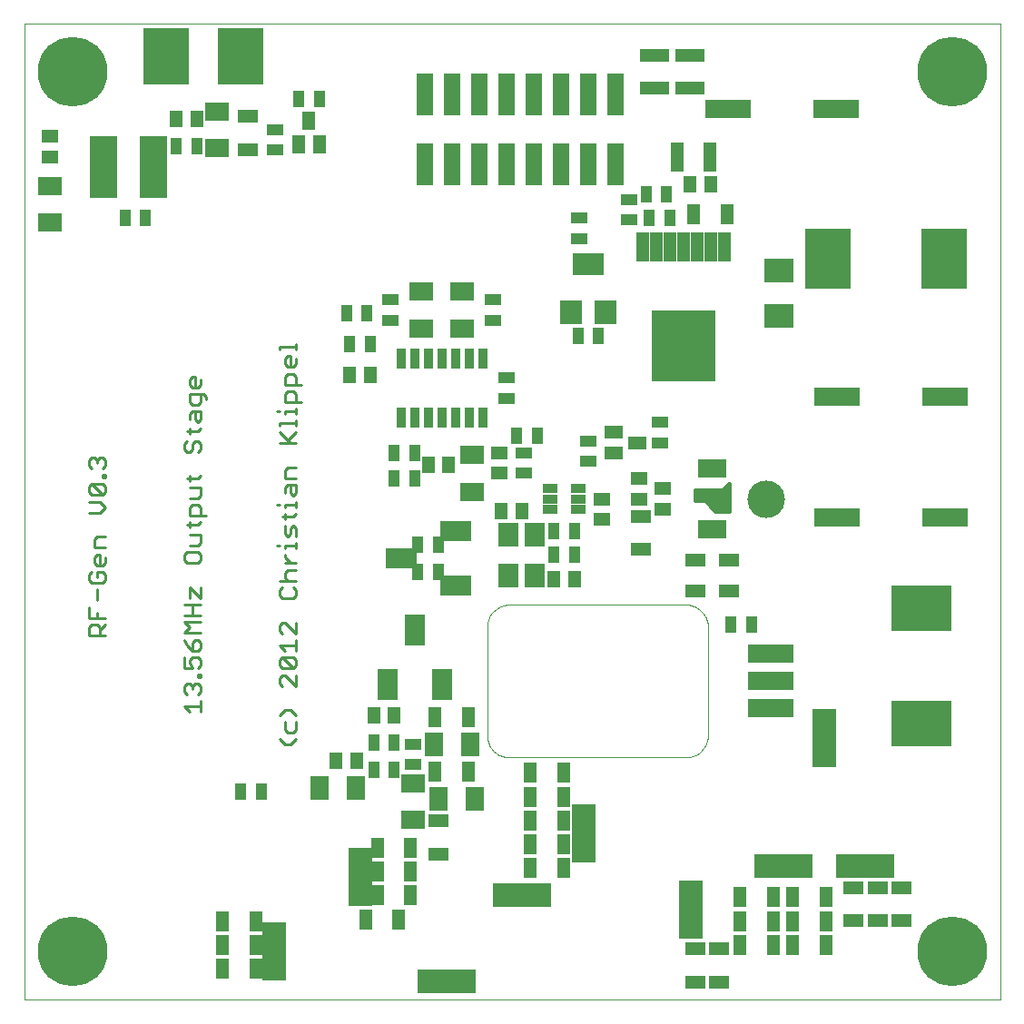
<source format=gts>
G75*
G70*
%OFA0B0*%
%FSLAX24Y24*%
%IPPOS*%
%LPD*%
%AMOC8*
5,1,8,0,0,1.08239X$1,22.5*
%
%ADD10C,0.0000*%
%ADD11C,0.0100*%
%ADD12C,0.1378*%
%ADD13C,0.0160*%
%ADD14R,0.1693X0.0709*%
%ADD15R,0.0868X0.2118*%
%ADD16R,0.2118X0.0868*%
%ADD17R,0.0748X0.0472*%
%ADD18R,0.0256X0.0689*%
%ADD19R,0.2319X0.2618*%
%ADD20R,0.0476X0.1067*%
%ADD21R,0.0472X0.0748*%
%ADD22R,0.1102X0.0906*%
%ADD23R,0.1693X0.2244*%
%ADD24R,0.0630X0.0394*%
%ADD25R,0.0394X0.0630*%
%ADD26R,0.2244X0.1693*%
%ADD27R,0.0630X0.0472*%
%ADD28R,0.1693X0.2087*%
%ADD29R,0.0709X0.0906*%
%ADD30R,0.0906X0.0709*%
%ADD31R,0.0472X0.0630*%
%ADD32C,0.2559*%
%ADD33R,0.0630X0.1535*%
%ADD34R,0.0472X0.1102*%
%ADD35R,0.0354X0.0728*%
%ADD36R,0.1118X0.0718*%
%ADD37R,0.0718X0.1118*%
%ADD38R,0.0984X0.2283*%
%ADD39R,0.0512X0.0669*%
%ADD40R,0.1102X0.0472*%
%ADD41R,0.0531X0.0354*%
%ADD42R,0.0748X0.0906*%
%ADD43R,0.0669X0.0512*%
%ADD44R,0.0827X0.0906*%
%ADD45R,0.1142X0.0827*%
D10*
X001930Y001930D02*
X001930Y037757D01*
X037757Y037757D01*
X037757Y001930D01*
X001930Y001930D01*
X018927Y011627D02*
X018927Y015627D01*
X018929Y015682D01*
X018934Y015736D01*
X018944Y015790D01*
X018957Y015843D01*
X018973Y015895D01*
X018993Y015946D01*
X019017Y015995D01*
X019043Y016043D01*
X019073Y016088D01*
X019106Y016132D01*
X019142Y016173D01*
X019181Y016212D01*
X019222Y016248D01*
X019266Y016281D01*
X019311Y016311D01*
X019359Y016337D01*
X019408Y016361D01*
X019459Y016381D01*
X019511Y016397D01*
X019564Y016410D01*
X019618Y016420D01*
X019672Y016425D01*
X019727Y016427D01*
X026227Y016427D01*
X026282Y016425D01*
X026336Y016420D01*
X026390Y016410D01*
X026443Y016397D01*
X026495Y016381D01*
X026546Y016361D01*
X026595Y016337D01*
X026643Y016311D01*
X026688Y016281D01*
X026732Y016248D01*
X026773Y016212D01*
X026812Y016173D01*
X026848Y016132D01*
X026881Y016088D01*
X026911Y016043D01*
X026937Y015995D01*
X026961Y015946D01*
X026981Y015895D01*
X026997Y015843D01*
X027010Y015790D01*
X027020Y015736D01*
X027025Y015682D01*
X027027Y015627D01*
X027027Y011627D01*
X027025Y011572D01*
X027020Y011518D01*
X027010Y011464D01*
X026997Y011411D01*
X026981Y011359D01*
X026961Y011308D01*
X026937Y011259D01*
X026911Y011211D01*
X026881Y011166D01*
X026848Y011122D01*
X026812Y011081D01*
X026773Y011042D01*
X026732Y011006D01*
X026688Y010973D01*
X026643Y010943D01*
X026595Y010917D01*
X026546Y010893D01*
X026495Y010873D01*
X026443Y010857D01*
X026390Y010844D01*
X026336Y010834D01*
X026282Y010829D01*
X026227Y010827D01*
X019727Y010827D01*
X019672Y010829D01*
X019618Y010834D01*
X019564Y010844D01*
X019511Y010857D01*
X019459Y010873D01*
X019408Y010893D01*
X019359Y010917D01*
X019311Y010943D01*
X019266Y010973D01*
X019222Y011006D01*
X019181Y011042D01*
X019142Y011081D01*
X019106Y011122D01*
X019073Y011166D01*
X019043Y011211D01*
X019017Y011259D01*
X018993Y011308D01*
X018973Y011359D01*
X018957Y011411D01*
X018944Y011464D01*
X018934Y011518D01*
X018929Y011572D01*
X018927Y011627D01*
X028528Y020314D02*
X028531Y020371D01*
X028538Y020428D01*
X028551Y020484D01*
X028569Y020538D01*
X028592Y020591D01*
X028620Y020641D01*
X028652Y020689D01*
X028688Y020733D01*
X028728Y020774D01*
X028772Y020812D01*
X028818Y020845D01*
X028868Y020873D01*
X028920Y020897D01*
X028974Y020917D01*
X029030Y020931D01*
X029086Y020940D01*
X029144Y020944D01*
X029201Y020943D01*
X029258Y020936D01*
X029314Y020924D01*
X029369Y020908D01*
X029422Y020886D01*
X029473Y020860D01*
X029521Y020829D01*
X029567Y020794D01*
X029609Y020754D01*
X029647Y020712D01*
X029681Y020665D01*
X029711Y020616D01*
X029736Y020565D01*
X029756Y020511D01*
X029772Y020456D01*
X029782Y020400D01*
X029787Y020343D01*
X029787Y020285D01*
X029782Y020228D01*
X029772Y020172D01*
X029756Y020117D01*
X029736Y020063D01*
X029711Y020012D01*
X029681Y019963D01*
X029647Y019916D01*
X029609Y019874D01*
X029567Y019834D01*
X029521Y019799D01*
X029473Y019768D01*
X029422Y019742D01*
X029369Y019720D01*
X029314Y019704D01*
X029258Y019692D01*
X029201Y019685D01*
X029144Y019684D01*
X029086Y019688D01*
X029030Y019697D01*
X028974Y019711D01*
X028920Y019731D01*
X028868Y019755D01*
X028818Y019783D01*
X028772Y019816D01*
X028728Y019854D01*
X028688Y019895D01*
X028652Y019939D01*
X028620Y019987D01*
X028592Y020037D01*
X028569Y020090D01*
X028551Y020144D01*
X028538Y020200D01*
X028531Y020257D01*
X028528Y020314D01*
D11*
X012089Y023870D02*
X011489Y023870D01*
X011489Y024170D01*
X011589Y024270D01*
X011789Y024270D01*
X011889Y024170D01*
X011889Y023870D01*
X011889Y023640D02*
X011889Y023440D01*
X011889Y023540D02*
X011489Y023540D01*
X011489Y023440D01*
X011289Y023540D02*
X011189Y023540D01*
X011289Y023111D02*
X011889Y023111D01*
X011889Y023211D02*
X011889Y023010D01*
X011889Y022766D02*
X011589Y022466D01*
X011689Y022366D02*
X011289Y022766D01*
X011289Y023010D02*
X011289Y023111D01*
X011289Y022366D02*
X011889Y022366D01*
X011889Y021477D02*
X011589Y021477D01*
X011489Y021377D01*
X011489Y021077D01*
X011889Y021077D01*
X011889Y020833D02*
X011889Y020532D01*
X011789Y020432D01*
X011689Y020532D01*
X011689Y020833D01*
X011589Y020833D02*
X011889Y020833D01*
X011589Y020833D02*
X011489Y020733D01*
X011489Y020532D01*
X011489Y020103D02*
X011889Y020103D01*
X011889Y020003D02*
X011889Y020203D01*
X011489Y020103D02*
X011489Y020003D01*
X011289Y020103D02*
X011189Y020103D01*
X011489Y019773D02*
X011489Y019573D01*
X011389Y019673D02*
X011789Y019673D01*
X011889Y019773D01*
X011789Y019329D02*
X011689Y019229D01*
X011689Y019029D01*
X011589Y018928D01*
X011489Y019029D01*
X011489Y019329D01*
X011789Y019329D02*
X011889Y019229D01*
X011889Y018928D01*
X011889Y018699D02*
X011889Y018499D01*
X011889Y018599D02*
X011489Y018599D01*
X011489Y018499D01*
X011289Y018599D02*
X011189Y018599D01*
X011489Y018262D02*
X011489Y018162D01*
X011689Y017962D01*
X011889Y017962D02*
X011489Y017962D01*
X011589Y017717D02*
X011489Y017617D01*
X011489Y017417D01*
X011589Y017317D01*
X011289Y017317D02*
X011889Y017317D01*
X011789Y017073D02*
X011889Y016973D01*
X011889Y016773D01*
X011789Y016673D01*
X011389Y016673D01*
X011289Y016773D01*
X011289Y016973D01*
X011389Y017073D01*
X011589Y017717D02*
X011889Y017717D01*
X011889Y015784D02*
X011889Y015384D01*
X011489Y015784D01*
X011389Y015784D01*
X011289Y015684D01*
X011289Y015484D01*
X011389Y015384D01*
X011289Y014939D02*
X011889Y014939D01*
X011889Y014739D02*
X011889Y015139D01*
X011489Y014739D02*
X011289Y014939D01*
X011389Y014495D02*
X011789Y014095D01*
X011889Y014195D01*
X011889Y014395D01*
X011789Y014495D01*
X011389Y014495D01*
X011289Y014395D01*
X011289Y014195D01*
X011389Y014095D01*
X011789Y014095D01*
X011889Y013850D02*
X011889Y013450D01*
X011489Y013850D01*
X011389Y013850D01*
X011289Y013750D01*
X011289Y013550D01*
X011389Y013450D01*
X011489Y012576D02*
X011289Y012376D01*
X011489Y012576D02*
X011689Y012576D01*
X011889Y012376D01*
X011889Y012132D02*
X011889Y011831D01*
X011789Y011731D01*
X011589Y011731D01*
X011489Y011831D01*
X011489Y012132D01*
X011289Y011502D02*
X011489Y011302D01*
X011689Y011302D01*
X011889Y011502D01*
X008389Y012489D02*
X008389Y012889D01*
X008389Y012689D02*
X007789Y012689D01*
X007989Y012489D01*
X007889Y013134D02*
X007789Y013234D01*
X007789Y013434D01*
X007889Y013534D01*
X007989Y013534D01*
X008089Y013434D01*
X008189Y013534D01*
X008289Y013534D01*
X008389Y013434D01*
X008389Y013234D01*
X008289Y013134D01*
X008089Y013334D02*
X008089Y013434D01*
X008289Y013778D02*
X008289Y013878D01*
X008389Y013878D01*
X008389Y013778D01*
X008289Y013778D01*
X008289Y014100D02*
X008389Y014200D01*
X008389Y014401D01*
X008289Y014501D01*
X008089Y014501D01*
X007989Y014401D01*
X007989Y014301D01*
X008089Y014100D01*
X007789Y014100D01*
X007789Y014501D01*
X008089Y014745D02*
X007889Y014945D01*
X007789Y015145D01*
X007789Y015389D02*
X007989Y015590D01*
X007789Y015790D01*
X008389Y015790D01*
X008389Y016034D02*
X007789Y016034D01*
X008089Y016034D02*
X008089Y016434D01*
X007989Y016679D02*
X007989Y017079D01*
X008389Y016679D01*
X008389Y017079D01*
X008389Y016434D02*
X007789Y016434D01*
X007789Y015389D02*
X008389Y015389D01*
X008289Y015145D02*
X008389Y015045D01*
X008389Y014845D01*
X008289Y014745D01*
X008089Y014745D01*
X008089Y015045D01*
X008189Y015145D01*
X008289Y015145D01*
X008289Y017968D02*
X007889Y017968D01*
X007789Y018068D01*
X007789Y018268D01*
X007889Y018368D01*
X008289Y018368D01*
X008389Y018268D01*
X008389Y018068D01*
X008289Y017968D01*
X008289Y018612D02*
X008389Y018712D01*
X008389Y019012D01*
X007989Y019012D01*
X007989Y019257D02*
X007989Y019457D01*
X007889Y019357D02*
X008289Y019357D01*
X008389Y019457D01*
X008389Y019686D02*
X008389Y019987D01*
X008289Y020087D01*
X008089Y020087D01*
X007989Y019987D01*
X007989Y019686D01*
X008589Y019686D01*
X008289Y020331D02*
X008389Y020431D01*
X008389Y020731D01*
X007989Y020731D01*
X007989Y020975D02*
X007989Y021176D01*
X007889Y021075D02*
X008289Y021075D01*
X008389Y021176D01*
X008289Y020331D02*
X007989Y020331D01*
X007989Y022050D02*
X007889Y022050D01*
X007789Y022150D01*
X007789Y022350D01*
X007889Y022450D01*
X008089Y022350D02*
X008089Y022150D01*
X007989Y022050D01*
X008289Y022050D02*
X008389Y022150D01*
X008389Y022350D01*
X008289Y022450D01*
X008189Y022450D01*
X008089Y022350D01*
X007989Y022694D02*
X007989Y022894D01*
X007889Y022794D02*
X008289Y022794D01*
X008389Y022894D01*
X008289Y023124D02*
X008189Y023224D01*
X008189Y023524D01*
X008089Y023524D02*
X008389Y023524D01*
X008389Y023224D01*
X008289Y023124D01*
X007989Y023224D02*
X007989Y023424D01*
X008089Y023524D01*
X008089Y023768D02*
X008289Y023768D01*
X008389Y023868D01*
X008389Y024169D01*
X008489Y024169D02*
X007989Y024169D01*
X007989Y023868D01*
X008089Y023768D01*
X008589Y023968D02*
X008589Y024069D01*
X008489Y024169D01*
X008289Y024413D02*
X008089Y024413D01*
X007989Y024513D01*
X007989Y024713D01*
X008089Y024813D01*
X008189Y024813D01*
X008189Y024413D01*
X008289Y024413D02*
X008389Y024513D01*
X008389Y024713D01*
X011289Y025803D02*
X011289Y025904D01*
X011889Y025904D01*
X011889Y026004D02*
X011889Y025803D01*
X011689Y025559D02*
X011689Y025159D01*
X011789Y025159D02*
X011589Y025159D01*
X011489Y025259D01*
X011489Y025459D01*
X011589Y025559D01*
X011689Y025559D01*
X011889Y025459D02*
X011889Y025259D01*
X011789Y025159D01*
X011789Y024915D02*
X011889Y024815D01*
X011889Y024514D01*
X012089Y024514D02*
X011489Y024514D01*
X011489Y024815D01*
X011589Y024915D01*
X011789Y024915D01*
X008289Y018612D02*
X007989Y018612D01*
X004889Y018524D02*
X004489Y018524D01*
X004489Y018824D01*
X004589Y018925D01*
X004889Y018925D01*
X004689Y018280D02*
X004689Y017880D01*
X004789Y017880D02*
X004589Y017880D01*
X004489Y017980D01*
X004489Y018180D01*
X004589Y018280D01*
X004689Y018280D01*
X004889Y018180D02*
X004889Y017980D01*
X004789Y017880D01*
X004789Y017636D02*
X004589Y017636D01*
X004589Y017435D01*
X004389Y017235D02*
X004789Y017235D01*
X004889Y017335D01*
X004889Y017535D01*
X004789Y017636D01*
X004389Y017636D02*
X004289Y017535D01*
X004289Y017335D01*
X004389Y017235D01*
X004589Y016991D02*
X004589Y016591D01*
X004289Y016346D02*
X004289Y015946D01*
X004889Y015946D01*
X004889Y015702D02*
X004689Y015502D01*
X004689Y015602D02*
X004689Y015302D01*
X004889Y015302D02*
X004289Y015302D01*
X004289Y015602D01*
X004389Y015702D01*
X004589Y015702D01*
X004689Y015602D01*
X004589Y015946D02*
X004589Y016146D01*
X004689Y019813D02*
X004289Y019813D01*
X004689Y019813D02*
X004889Y020013D01*
X004689Y020214D01*
X004289Y020214D01*
X004389Y020458D02*
X004289Y020558D01*
X004289Y020758D01*
X004389Y020858D01*
X004789Y020458D01*
X004889Y020558D01*
X004889Y020758D01*
X004789Y020858D01*
X004389Y020858D01*
X004389Y020458D02*
X004789Y020458D01*
X004789Y021102D02*
X004789Y021202D01*
X004889Y021202D01*
X004889Y021102D01*
X004789Y021102D01*
X004789Y021425D02*
X004889Y021525D01*
X004889Y021725D01*
X004789Y021825D01*
X004689Y021825D01*
X004589Y021725D01*
X004589Y021625D01*
X004589Y021725D02*
X004489Y021825D01*
X004389Y021825D01*
X004289Y021725D01*
X004289Y021525D01*
X004389Y021425D01*
D12*
X029158Y020314D03*
D13*
X027814Y020359D02*
X026564Y020359D01*
X026564Y020252D02*
X026564Y020627D01*
X027564Y020627D01*
X027814Y020877D01*
X027814Y019877D01*
X027314Y019877D01*
X026939Y020252D01*
X027064Y020252D01*
X026564Y020252D01*
X026564Y020518D02*
X027814Y020518D01*
X027814Y020676D02*
X027614Y020676D01*
X027772Y020835D02*
X027814Y020835D01*
X027814Y020201D02*
X026990Y020201D01*
X027149Y020042D02*
X027814Y020042D01*
X027814Y019883D02*
X027307Y019883D01*
D14*
X031783Y019627D03*
X035720Y019627D03*
X035720Y024064D03*
X031783Y024064D03*
X029329Y014627D03*
X029329Y013627D03*
X029329Y012627D03*
X027783Y034627D03*
X031720Y034627D03*
D15*
X031296Y011537D03*
X026405Y005233D03*
X022474Y008020D03*
X014261Y006426D03*
X011117Y003702D03*
D16*
X017420Y002617D03*
X020208Y005761D03*
X029796Y006847D03*
X032796Y006847D03*
D17*
X032377Y006049D03*
X033252Y006049D03*
X034127Y006049D03*
X034127Y004829D03*
X033252Y004829D03*
X032377Y004829D03*
X027439Y003799D03*
X026564Y003799D03*
X026564Y002579D03*
X027439Y002579D03*
X017127Y007266D03*
X017127Y008487D03*
X026564Y016931D03*
X026564Y018072D03*
X027814Y018072D03*
X027814Y016931D03*
X024564Y018454D03*
X024564Y019674D03*
X010127Y033141D03*
X010127Y034362D03*
D18*
X026805Y021426D03*
X027061Y021426D03*
X027317Y021426D03*
X027573Y021426D03*
X027573Y019202D03*
X027317Y019202D03*
X027061Y019202D03*
X026805Y019202D03*
D19*
X026127Y025937D03*
D20*
X026127Y029559D03*
X025627Y029559D03*
X025127Y029559D03*
X024627Y029559D03*
X026627Y029559D03*
X027127Y029559D03*
X027627Y029559D03*
D21*
X027737Y030752D03*
X026516Y030752D03*
X018237Y012314D03*
X017016Y012314D03*
X017016Y010314D03*
X018237Y010314D03*
X020516Y010252D03*
X020516Y009377D03*
X020516Y008502D03*
X020516Y007627D03*
X020516Y006752D03*
X021737Y006752D03*
X021737Y007627D03*
X021737Y008502D03*
X021737Y009377D03*
X021737Y010252D03*
X016112Y007502D03*
X016112Y006627D03*
X016112Y005752D03*
X015674Y004877D03*
X014891Y005752D03*
X014891Y006627D03*
X014891Y007502D03*
X014454Y004877D03*
X010424Y004814D03*
X010424Y003939D03*
X010424Y003064D03*
X009204Y003064D03*
X009204Y003939D03*
X009204Y004814D03*
X028204Y004814D03*
X028204Y005689D03*
X029424Y005689D03*
X030141Y005689D03*
X030141Y004814D03*
X029424Y004814D03*
X029424Y003939D03*
X030141Y003939D03*
X031362Y003939D03*
X031362Y004814D03*
X031362Y005689D03*
X028204Y003939D03*
D22*
X029627Y027050D03*
X029627Y028703D03*
D23*
X031438Y029127D03*
X035690Y029127D03*
D24*
X025252Y023126D03*
X025252Y022378D03*
X022627Y022438D03*
X022627Y021690D03*
X020252Y022001D03*
X020252Y021253D03*
X019627Y024003D03*
X019627Y024751D03*
X019127Y026878D03*
X019127Y027626D03*
X022314Y029878D03*
X022314Y030626D03*
X024127Y030565D03*
X024127Y031313D03*
X015377Y027626D03*
X015377Y026878D03*
X011127Y033128D03*
X011127Y033876D03*
X016189Y011313D03*
X016189Y010565D03*
D25*
X015501Y010377D03*
X014753Y010377D03*
X014753Y011377D03*
X015501Y011377D03*
X010626Y009564D03*
X009878Y009564D03*
X016378Y017627D03*
X017126Y017627D03*
X017126Y018627D03*
X016378Y018627D03*
X016251Y021064D03*
X015503Y021064D03*
X015503Y022002D03*
X016251Y022002D03*
X020003Y022627D03*
X020751Y022627D03*
X021378Y019127D03*
X022126Y019127D03*
X022126Y018252D03*
X021378Y018252D03*
X027878Y015689D03*
X028626Y015689D03*
X023001Y026314D03*
X022253Y026314D03*
X024878Y030627D03*
X025626Y030627D03*
X025501Y031502D03*
X024753Y031502D03*
X014501Y027127D03*
X013753Y027127D03*
X013878Y026002D03*
X014626Y026002D03*
X008251Y033252D03*
X007503Y033252D03*
X006376Y030627D03*
X005628Y030627D03*
X012003Y035002D03*
X012751Y035002D03*
D26*
X034877Y016315D03*
X034877Y012063D03*
D27*
X025377Y019940D03*
X025377Y020688D03*
X024502Y020315D03*
X024502Y021063D03*
X023127Y020313D03*
X023127Y019565D03*
X019377Y021253D03*
X019377Y022001D03*
X002877Y032878D03*
X002877Y033626D03*
D28*
X007127Y036564D03*
X009877Y036564D03*
D29*
X016957Y011314D03*
X018296Y011314D03*
X018483Y009314D03*
X017145Y009314D03*
X014108Y009689D03*
X012770Y009689D03*
D30*
X016189Y009858D03*
X016189Y008520D03*
X018377Y020582D03*
X018377Y021921D03*
X018002Y026582D03*
X018002Y027921D03*
X016502Y027921D03*
X016502Y026582D03*
X009002Y033207D03*
X009002Y034546D03*
X002877Y031796D03*
X002877Y030457D03*
D31*
X007503Y034252D03*
X008251Y034252D03*
X013878Y024877D03*
X014626Y024877D03*
X016753Y021564D03*
X017501Y021564D03*
X019440Y019877D03*
X020188Y019877D03*
X021378Y017377D03*
X022126Y017377D03*
X015501Y012377D03*
X014753Y012377D03*
X014126Y010689D03*
X013378Y010689D03*
X026378Y031877D03*
X027126Y031877D03*
D32*
X035985Y035985D03*
X035985Y003701D03*
X003701Y003701D03*
X003701Y035985D03*
D33*
X016627Y035152D03*
X017627Y035152D03*
X018627Y035152D03*
X019627Y035152D03*
X020627Y035152D03*
X021627Y035152D03*
X022627Y035152D03*
X023627Y035152D03*
X023627Y032601D03*
X022627Y032601D03*
X021627Y032601D03*
X020627Y032601D03*
X019627Y032601D03*
X018627Y032601D03*
X017627Y032601D03*
X016627Y032601D03*
D34*
X025891Y032877D03*
X027112Y032877D03*
D35*
X018752Y025467D03*
X018252Y025467D03*
X017752Y025467D03*
X017252Y025467D03*
X016752Y025467D03*
X016252Y025467D03*
X015752Y025467D03*
X015752Y023286D03*
X016252Y023286D03*
X016752Y023286D03*
X017252Y023286D03*
X017752Y023286D03*
X018252Y023286D03*
X018752Y023286D03*
D36*
X017752Y019127D03*
X017752Y017127D03*
X015752Y018127D03*
D37*
X016252Y015502D03*
X017252Y013502D03*
X015252Y013502D03*
D38*
X006657Y032502D03*
X004846Y032502D03*
D39*
X012003Y033319D03*
X012751Y033319D03*
X012377Y034185D03*
D40*
X025064Y035391D03*
X025064Y036612D03*
X026377Y036612D03*
X026377Y035391D03*
D41*
X022283Y020688D03*
X022283Y020314D03*
X022283Y019940D03*
X021220Y019940D03*
X021220Y020314D03*
X021220Y020688D03*
D42*
X020661Y019000D03*
X019717Y019000D03*
X019717Y017504D03*
X020661Y017504D03*
D43*
X023569Y022003D03*
X023569Y022751D03*
X024435Y022377D03*
D44*
X023257Y027175D03*
X021997Y027175D03*
D45*
X022627Y028946D03*
M02*

</source>
